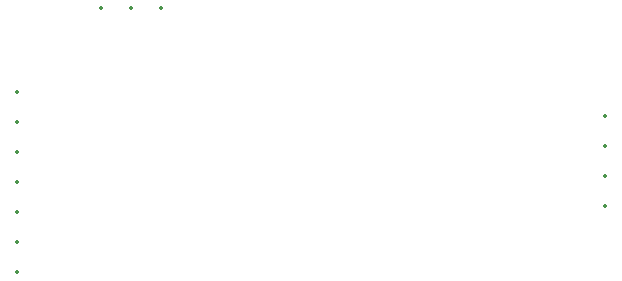
<source format=gbo>
%TF.GenerationSoftware,KiCad,Pcbnew,8.0.7*%
%TF.CreationDate,2025-02-15T17:42:46+02:00*%
%TF.ProjectId,stepper-motor-controller,73746570-7065-4722-9d6d-6f746f722d63,rev?*%
%TF.SameCoordinates,Original*%
%TF.FileFunction,Legend,Bot*%
%TF.FilePolarity,Positive*%
%FSLAX46Y46*%
G04 Gerber Fmt 4.6, Leading zero omitted, Abs format (unit mm)*
G04 Created by KiCad (PCBNEW 8.0.7) date 2025-02-15 17:42:46*
%MOMM*%
%LPD*%
G01*
G04 APERTURE LIST*
%ADD10C,0.350000*%
G04 APERTURE END LIST*
D10*
X169164000Y-69088000D03*
X169164000Y-66548000D03*
X169164000Y-64008000D03*
X169164000Y-61468000D03*
X119380000Y-74676000D03*
X119380000Y-72136000D03*
X119380000Y-69596000D03*
X119380000Y-67056000D03*
X119380000Y-64516000D03*
X119380000Y-61976000D03*
X119380000Y-59436000D03*
X131572000Y-52324000D03*
X129032000Y-52324000D03*
X126492000Y-52324000D03*
M02*

</source>
